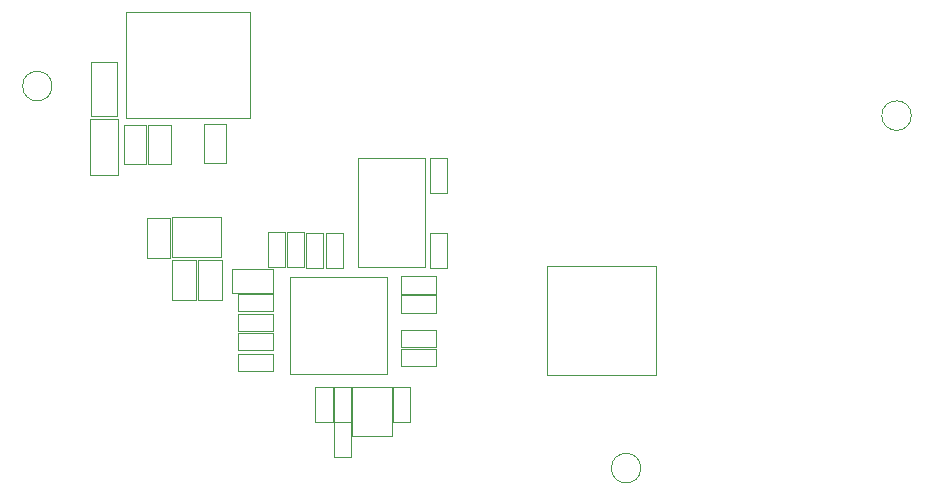
<source format=gbr>
%TF.GenerationSoftware,KiCad,Pcbnew,(6.0.6)*%
%TF.CreationDate,2022-07-15T17:58:14+10:00*%
%TF.ProjectId,SolderingInduction,536f6c64-6572-4696-9e67-496e64756374,1.0.0*%
%TF.SameCoordinates,PX8f0d180PY8f0d180*%
%TF.FileFunction,Other,User*%
%FSLAX46Y46*%
G04 Gerber Fmt 4.6, Leading zero omitted, Abs format (unit mm)*
G04 Created by KiCad (PCBNEW (6.0.6)) date 2022-07-15 17:58:14*
%MOMM*%
%LPD*%
G01*
G04 APERTURE LIST*
%ADD10C,0.050000*%
%ADD11C,0.120000*%
G04 APERTURE END LIST*
D10*
%TO.C,R3*%
X-12330000Y4780000D02*
X-12330000Y1820000D01*
X-12330000Y1820000D02*
X-10870000Y1820000D01*
X-10870000Y4780000D02*
X-12330000Y4780000D01*
X-10870000Y1820000D02*
X-10870000Y4780000D01*
%TO.C,R4*%
X-22650000Y14080000D02*
X-22650000Y10720000D01*
X-22650000Y10720000D02*
X-20750000Y10720000D01*
X-20750000Y14080000D02*
X-22650000Y14080000D01*
X-20750000Y10720000D02*
X-20750000Y14080000D01*
%TO.C,R2*%
X-14030000Y4780000D02*
X-14030000Y1820000D01*
X-14030000Y1820000D02*
X-12570000Y1820000D01*
X-12570000Y4780000D02*
X-14030000Y4780000D01*
X-12570000Y1820000D02*
X-12570000Y4780000D01*
%TO.C,R8*%
X-25531250Y2720000D02*
X-25531250Y6080000D01*
X-25531250Y6080000D02*
X-27431250Y6080000D01*
X-27431250Y2720000D02*
X-25531250Y2720000D01*
X-27431250Y6080000D02*
X-27431250Y2720000D01*
%TO.C,C7*%
X-2070000Y11130000D02*
X-3530000Y11130000D01*
X-3530000Y8170000D02*
X-2070000Y8170000D01*
X-3530000Y11130000D02*
X-3530000Y8170000D01*
X-2070000Y8170000D02*
X-2070000Y11130000D01*
%TO.C,U3*%
X-3890000Y11200000D02*
X-3890000Y1900000D01*
X-9610000Y11200000D02*
X-3890000Y11200000D01*
X-9610000Y1900000D02*
X-9610000Y11200000D01*
X-3890000Y1900000D02*
X-9610000Y1900000D01*
%TO.C,C14*%
X-5950000Y-3380000D02*
X-5950000Y-4840000D01*
X-2990000Y-4840000D02*
X-2990000Y-3380000D01*
X-5950000Y-4840000D02*
X-2990000Y-4840000D01*
X-2990000Y-3380000D02*
X-5950000Y-3380000D01*
%TO.C,C18*%
X-5955000Y-470000D02*
X-5955000Y-1930000D01*
X-2995000Y-1930000D02*
X-2995000Y-470000D01*
X-5955000Y-1930000D02*
X-2995000Y-1930000D01*
X-2995000Y-470000D02*
X-5955000Y-470000D01*
%TO.C,C11*%
X-16820000Y-3480000D02*
X-16820000Y-2020000D01*
X-19780000Y-2020000D02*
X-19780000Y-3480000D01*
X-16820000Y-2020000D02*
X-19780000Y-2020000D01*
X-19780000Y-3480000D02*
X-16820000Y-3480000D01*
%TO.C,C15*%
X-16810000Y-5120000D02*
X-16810000Y-3660000D01*
X-19770000Y-3660000D02*
X-19770000Y-5120000D01*
X-16810000Y-3660000D02*
X-19770000Y-3660000D01*
X-19770000Y-5120000D02*
X-16810000Y-5120000D01*
%TO.C,C6*%
X-10170000Y-11220000D02*
X-11630000Y-11220000D01*
X-11630000Y-14180000D02*
X-10170000Y-14180000D01*
X-11630000Y-11220000D02*
X-11630000Y-14180000D01*
X-10170000Y-14180000D02*
X-10170000Y-11220000D01*
%TO.C,Y1*%
X-10100000Y-12400000D02*
X-10100000Y-8200000D01*
X-10100000Y-8200000D02*
X-6700000Y-8200000D01*
X-6700000Y-8200000D02*
X-6700000Y-12400000D01*
X-6700000Y-12400000D02*
X-10100000Y-12400000D01*
%TO.C,C5*%
X-5170000Y-8220000D02*
X-6630000Y-8220000D01*
X-6630000Y-11180000D02*
X-5170000Y-11180000D01*
X-6630000Y-8220000D02*
X-6630000Y-11180000D01*
X-5170000Y-11180000D02*
X-5170000Y-8220000D01*
%TO.C,C9*%
X-15630000Y1895000D02*
X-14170000Y1895000D01*
X-14170000Y4855000D02*
X-15630000Y4855000D01*
X-14170000Y1895000D02*
X-14170000Y4855000D01*
X-15630000Y4855000D02*
X-15630000Y1895000D01*
%TO.C,C2*%
X-23351250Y-900000D02*
X-23351250Y2500000D01*
X-23351250Y2500000D02*
X-25311250Y2500000D01*
X-25311250Y-900000D02*
X-23351250Y-900000D01*
X-25311250Y2500000D02*
X-25311250Y-900000D01*
%TO.C,R6*%
X-2070000Y1870000D02*
X-2070000Y4830000D01*
X-2070000Y4830000D02*
X-3530000Y4830000D01*
X-3530000Y1870000D02*
X-2070000Y1870000D01*
X-3530000Y4830000D02*
X-3530000Y1870000D01*
%TO.C,R10*%
X-11630000Y-8220000D02*
X-11630000Y-11180000D01*
X-11630000Y-11180000D02*
X-10170000Y-11180000D01*
X-10170000Y-8220000D02*
X-11630000Y-8220000D01*
X-10170000Y-11180000D02*
X-10170000Y-8220000D01*
%TO.C,D2*%
X-29950000Y14450000D02*
X-32250000Y14450000D01*
X-29950000Y9750000D02*
X-29950000Y14450000D01*
X-32250000Y14450000D02*
X-32250000Y9750000D01*
X-29950000Y9750000D02*
X-32250000Y9750000D01*
%TO.C,FID3*%
X-35500000Y17250000D02*
G75*
G03*
X-35500000Y17250000I-1250000J0D01*
G01*
D11*
%TO.C,REF\u002A\u002A*%
X15605000Y2005000D02*
X6405000Y2005000D01*
X6405000Y2005000D02*
X6405000Y-7195000D01*
X6405000Y-7195000D02*
X15605000Y-7195000D01*
X15605000Y-7195000D02*
X15605000Y2005000D01*
D10*
%TO.C,FID1*%
X37250000Y14750000D02*
G75*
G03*
X37250000Y14750000I-1250000J0D01*
G01*
%TO.C,C17*%
X-16820000Y-6880000D02*
X-16820000Y-5420000D01*
X-19780000Y-5420000D02*
X-19780000Y-6880000D01*
X-16820000Y-5420000D02*
X-19780000Y-5420000D01*
X-19780000Y-6880000D02*
X-16820000Y-6880000D01*
%TO.C,R7*%
X-29450000Y13980000D02*
X-29450000Y10620000D01*
X-29450000Y10620000D02*
X-27550000Y10620000D01*
X-27550000Y13980000D02*
X-29450000Y13980000D01*
X-27550000Y10620000D02*
X-27550000Y13980000D01*
%TO.C,C3*%
X-21151250Y-900000D02*
X-21151250Y2500000D01*
X-21151250Y2500000D02*
X-23111250Y2500000D01*
X-23111250Y-900000D02*
X-21151250Y-900000D01*
X-23111250Y2500000D02*
X-23111250Y-900000D01*
%TO.C,FID2*%
X14350000Y-15100000D02*
G75*
G03*
X14350000Y-15100000I-1250000J0D01*
G01*
%TO.C,C10*%
X-11740000Y-8230000D02*
X-13200000Y-8230000D01*
X-13200000Y-11190000D02*
X-11740000Y-11190000D01*
X-13200000Y-8230000D02*
X-13200000Y-11190000D01*
X-11740000Y-11190000D02*
X-11740000Y-8230000D01*
%TO.C,U4*%
X-7102183Y1097817D02*
X-7102183Y-7142183D01*
X-7102183Y-7142183D02*
X-15342183Y-7142183D01*
X-15342183Y-7142183D02*
X-15342183Y1097817D01*
X-15342183Y1097817D02*
X-7102183Y1097817D01*
%TO.C,J1*%
X-18730000Y23515000D02*
X-18730000Y14585000D01*
X-18730000Y14585000D02*
X-29270000Y14585000D01*
X-29270000Y23515000D02*
X-18730000Y23515000D01*
X-29270000Y14585000D02*
X-29270000Y23515000D01*
%TO.C,F1*%
X-32220000Y14720000D02*
X-29980000Y14720000D01*
X-32220000Y19280000D02*
X-32220000Y14720000D01*
X-29980000Y19280000D02*
X-32220000Y19280000D01*
X-29980000Y14720000D02*
X-29980000Y19280000D01*
%TO.C,C12*%
X-16820000Y-1830000D02*
X-16820000Y-370000D01*
X-19780000Y-370000D02*
X-19780000Y-1830000D01*
X-16820000Y-370000D02*
X-19780000Y-370000D01*
X-19780000Y-1830000D02*
X-16820000Y-1830000D01*
%TO.C,C13*%
X-5955000Y1130000D02*
X-5955000Y-330000D01*
X-2995000Y-330000D02*
X-2995000Y1130000D01*
X-5955000Y-330000D02*
X-2995000Y-330000D01*
X-2995000Y1130000D02*
X-5955000Y1130000D01*
%TO.C,C16*%
X-5955000Y-5020000D02*
X-5955000Y-6480000D01*
X-2995000Y-6480000D02*
X-2995000Y-5020000D01*
X-5955000Y-6480000D02*
X-2995000Y-6480000D01*
X-2995000Y-5020000D02*
X-5955000Y-5020000D01*
%TO.C,R5*%
X-27350000Y13980000D02*
X-27350000Y10620000D01*
X-27350000Y10620000D02*
X-25450000Y10620000D01*
X-25450000Y13980000D02*
X-27350000Y13980000D01*
X-25450000Y10620000D02*
X-25450000Y13980000D01*
%TO.C,U1*%
X-21231250Y6150000D02*
X-21231250Y2750000D01*
X-21231250Y2750000D02*
X-25331250Y2750000D01*
X-25331250Y6150000D02*
X-21231250Y6150000D01*
X-25331250Y2750000D02*
X-25331250Y6150000D01*
%TO.C,C4*%
X-20225000Y-230000D02*
X-16825000Y-230000D01*
X-16825000Y-230000D02*
X-16825000Y1730000D01*
X-20225000Y1730000D02*
X-20225000Y-230000D01*
X-16825000Y1730000D02*
X-20225000Y1730000D01*
%TO.C,C8*%
X-17230000Y1895000D02*
X-15770000Y1895000D01*
X-15770000Y4855000D02*
X-17230000Y4855000D01*
X-15770000Y1895000D02*
X-15770000Y4855000D01*
X-17230000Y4855000D02*
X-17230000Y1895000D01*
%TD*%
M02*

</source>
